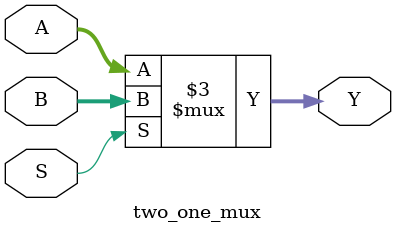
<source format=sv>
module two_one_mux
						#(parameter width = 3)
						(input logic [width-1:0] A, B,
						input logic S,
						output logic [width-1:0] Y);
	always_comb begin
		if (S)
		Y = B; // choose b if s = 1
		else
		Y = A; // choose a if 0
	end
endmodule
</source>
